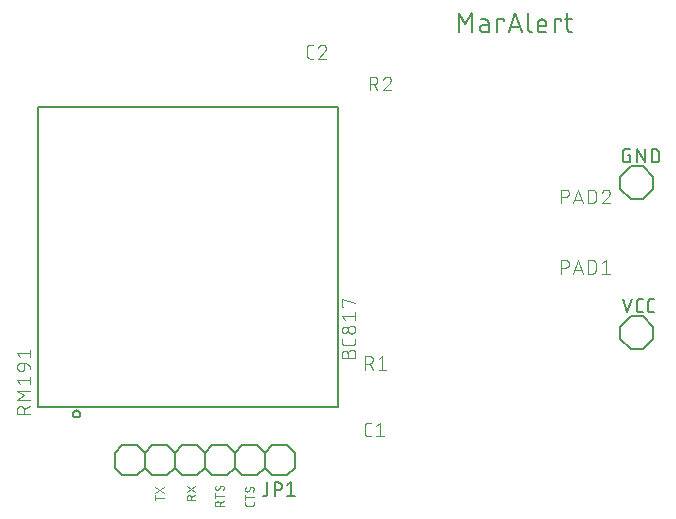
<source format=gbr>
G04 EAGLE Gerber X2 export*
%TF.Part,Single*%
%TF.FileFunction,Legend,Top,1*%
%TF.FilePolarity,Positive*%
%TF.GenerationSoftware,Autodesk,EAGLE,8.7.0*%
%TF.CreationDate,2018-04-13T05:44:18Z*%
G75*
%MOMM*%
%FSLAX34Y34*%
%LPD*%
%AMOC8*
5,1,8,0,0,1.08239X$1,22.5*%
G01*
%ADD10C,0.152400*%
%ADD11C,0.076200*%
%ADD12C,0.101600*%
%ADD13C,0.127000*%


D10*
X379012Y414412D02*
X379012Y430668D01*
X384431Y421637D01*
X389849Y430668D01*
X389849Y414412D01*
X400058Y420734D02*
X404122Y420734D01*
X400058Y420734D02*
X399946Y420732D01*
X399835Y420726D01*
X399724Y420716D01*
X399613Y420703D01*
X399503Y420685D01*
X399394Y420663D01*
X399285Y420638D01*
X399177Y420609D01*
X399071Y420576D01*
X398965Y420539D01*
X398861Y420499D01*
X398759Y420455D01*
X398658Y420407D01*
X398559Y420356D01*
X398461Y420301D01*
X398366Y420243D01*
X398273Y420182D01*
X398182Y420117D01*
X398093Y420049D01*
X398007Y419978D01*
X397924Y419905D01*
X397843Y419828D01*
X397764Y419748D01*
X397689Y419666D01*
X397617Y419581D01*
X397547Y419494D01*
X397481Y419404D01*
X397418Y419312D01*
X397358Y419217D01*
X397302Y419121D01*
X397249Y419023D01*
X397200Y418923D01*
X397154Y418821D01*
X397112Y418718D01*
X397073Y418613D01*
X397038Y418507D01*
X397007Y418400D01*
X396980Y418292D01*
X396956Y418183D01*
X396937Y418073D01*
X396921Y417963D01*
X396909Y417852D01*
X396901Y417740D01*
X396897Y417629D01*
X396897Y417517D01*
X396901Y417406D01*
X396909Y417294D01*
X396921Y417183D01*
X396937Y417073D01*
X396956Y416963D01*
X396980Y416854D01*
X397007Y416746D01*
X397038Y416639D01*
X397073Y416533D01*
X397112Y416428D01*
X397154Y416325D01*
X397200Y416223D01*
X397249Y416123D01*
X397302Y416025D01*
X397358Y415929D01*
X397418Y415834D01*
X397481Y415742D01*
X397547Y415652D01*
X397617Y415565D01*
X397689Y415480D01*
X397764Y415398D01*
X397843Y415318D01*
X397924Y415241D01*
X398007Y415168D01*
X398093Y415097D01*
X398182Y415029D01*
X398273Y414964D01*
X398366Y414903D01*
X398461Y414845D01*
X398559Y414790D01*
X398658Y414739D01*
X398759Y414691D01*
X398861Y414647D01*
X398965Y414607D01*
X399071Y414570D01*
X399177Y414537D01*
X399285Y414508D01*
X399394Y414483D01*
X399503Y414461D01*
X399613Y414443D01*
X399724Y414430D01*
X399835Y414420D01*
X399946Y414414D01*
X400058Y414412D01*
X404122Y414412D01*
X404122Y422540D01*
X404120Y422641D01*
X404114Y422742D01*
X404105Y422843D01*
X404092Y422944D01*
X404075Y423044D01*
X404054Y423143D01*
X404030Y423241D01*
X404002Y423338D01*
X403970Y423435D01*
X403935Y423530D01*
X403896Y423623D01*
X403854Y423715D01*
X403808Y423806D01*
X403759Y423895D01*
X403707Y423981D01*
X403651Y424066D01*
X403593Y424149D01*
X403531Y424229D01*
X403466Y424307D01*
X403399Y424383D01*
X403329Y424456D01*
X403256Y424526D01*
X403180Y424593D01*
X403102Y424658D01*
X403022Y424720D01*
X402939Y424778D01*
X402854Y424834D01*
X402768Y424886D01*
X402679Y424935D01*
X402588Y424981D01*
X402496Y425023D01*
X402403Y425062D01*
X402308Y425097D01*
X402211Y425129D01*
X402114Y425157D01*
X402016Y425181D01*
X401917Y425202D01*
X401817Y425219D01*
X401716Y425232D01*
X401615Y425241D01*
X401514Y425247D01*
X401413Y425249D01*
X397800Y425249D01*
X411645Y425249D02*
X411645Y414412D01*
X411645Y425249D02*
X417063Y425249D01*
X417063Y423443D01*
X421216Y414412D02*
X426635Y430668D01*
X432054Y414412D01*
X430699Y418476D02*
X422571Y418476D01*
X437849Y417121D02*
X437849Y430668D01*
X437849Y417121D02*
X437851Y417020D01*
X437857Y416919D01*
X437866Y416818D01*
X437879Y416717D01*
X437896Y416617D01*
X437917Y416518D01*
X437941Y416420D01*
X437969Y416323D01*
X438001Y416226D01*
X438036Y416131D01*
X438075Y416038D01*
X438117Y415946D01*
X438163Y415855D01*
X438212Y415767D01*
X438264Y415680D01*
X438320Y415595D01*
X438378Y415512D01*
X438440Y415432D01*
X438505Y415354D01*
X438572Y415278D01*
X438642Y415205D01*
X438715Y415135D01*
X438791Y415068D01*
X438869Y415003D01*
X438949Y414941D01*
X439032Y414883D01*
X439117Y414827D01*
X439204Y414775D01*
X439292Y414726D01*
X439383Y414680D01*
X439475Y414638D01*
X439568Y414599D01*
X439663Y414564D01*
X439760Y414532D01*
X439857Y414504D01*
X439955Y414480D01*
X440054Y414459D01*
X440154Y414442D01*
X440255Y414429D01*
X440356Y414420D01*
X440457Y414414D01*
X440558Y414412D01*
X448658Y414412D02*
X453173Y414412D01*
X448658Y414412D02*
X448557Y414414D01*
X448456Y414420D01*
X448355Y414429D01*
X448254Y414442D01*
X448154Y414459D01*
X448055Y414480D01*
X447957Y414504D01*
X447860Y414532D01*
X447763Y414564D01*
X447668Y414599D01*
X447575Y414638D01*
X447483Y414680D01*
X447392Y414726D01*
X447304Y414775D01*
X447217Y414827D01*
X447132Y414883D01*
X447049Y414941D01*
X446969Y415003D01*
X446891Y415068D01*
X446815Y415135D01*
X446742Y415205D01*
X446672Y415278D01*
X446605Y415354D01*
X446540Y415432D01*
X446478Y415512D01*
X446420Y415595D01*
X446364Y415680D01*
X446312Y415767D01*
X446263Y415855D01*
X446217Y415946D01*
X446175Y416038D01*
X446136Y416131D01*
X446101Y416226D01*
X446069Y416323D01*
X446041Y416420D01*
X446017Y416518D01*
X445996Y416617D01*
X445979Y416717D01*
X445966Y416818D01*
X445957Y416919D01*
X445951Y417020D01*
X445949Y417121D01*
X445948Y417121D02*
X445948Y421637D01*
X445949Y421637D02*
X445951Y421756D01*
X445957Y421876D01*
X445967Y421995D01*
X445981Y422113D01*
X445998Y422232D01*
X446020Y422349D01*
X446045Y422466D01*
X446075Y422581D01*
X446108Y422696D01*
X446145Y422810D01*
X446185Y422922D01*
X446230Y423033D01*
X446278Y423142D01*
X446329Y423250D01*
X446384Y423356D01*
X446443Y423460D01*
X446505Y423562D01*
X446570Y423662D01*
X446639Y423760D01*
X446711Y423856D01*
X446786Y423949D01*
X446863Y424039D01*
X446944Y424127D01*
X447028Y424212D01*
X447115Y424294D01*
X447204Y424374D01*
X447296Y424450D01*
X447390Y424524D01*
X447487Y424594D01*
X447585Y424661D01*
X447686Y424725D01*
X447790Y424785D01*
X447895Y424842D01*
X448002Y424895D01*
X448110Y424945D01*
X448220Y424991D01*
X448332Y425033D01*
X448445Y425072D01*
X448559Y425107D01*
X448674Y425138D01*
X448791Y425166D01*
X448908Y425189D01*
X449025Y425209D01*
X449144Y425225D01*
X449263Y425237D01*
X449382Y425245D01*
X449501Y425249D01*
X449621Y425249D01*
X449740Y425245D01*
X449859Y425237D01*
X449978Y425225D01*
X450097Y425209D01*
X450214Y425189D01*
X450331Y425166D01*
X450448Y425138D01*
X450563Y425107D01*
X450677Y425072D01*
X450790Y425033D01*
X450902Y424991D01*
X451012Y424945D01*
X451120Y424895D01*
X451227Y424842D01*
X451332Y424785D01*
X451436Y424725D01*
X451537Y424661D01*
X451635Y424594D01*
X451732Y424524D01*
X451826Y424450D01*
X451918Y424374D01*
X452007Y424294D01*
X452094Y424212D01*
X452178Y424127D01*
X452259Y424039D01*
X452336Y423949D01*
X452411Y423856D01*
X452483Y423760D01*
X452552Y423662D01*
X452617Y423562D01*
X452679Y423460D01*
X452738Y423356D01*
X452793Y423250D01*
X452844Y423142D01*
X452892Y423033D01*
X452937Y422922D01*
X452977Y422810D01*
X453014Y422696D01*
X453047Y422581D01*
X453077Y422466D01*
X453102Y422349D01*
X453124Y422232D01*
X453141Y422113D01*
X453155Y421995D01*
X453165Y421876D01*
X453171Y421756D01*
X453173Y421637D01*
X453173Y419831D01*
X445948Y419831D01*
X460101Y414412D02*
X460101Y425249D01*
X465520Y425249D01*
X465520Y423443D01*
X469140Y425249D02*
X474559Y425249D01*
X470946Y430668D02*
X470946Y417121D01*
X470947Y417121D02*
X470949Y417020D01*
X470955Y416919D01*
X470964Y416818D01*
X470977Y416717D01*
X470994Y416617D01*
X471015Y416518D01*
X471039Y416420D01*
X471067Y416323D01*
X471099Y416226D01*
X471134Y416131D01*
X471173Y416038D01*
X471215Y415946D01*
X471261Y415855D01*
X471310Y415767D01*
X471362Y415680D01*
X471418Y415595D01*
X471476Y415512D01*
X471538Y415432D01*
X471603Y415354D01*
X471670Y415278D01*
X471740Y415205D01*
X471813Y415135D01*
X471889Y415068D01*
X471967Y415003D01*
X472047Y414941D01*
X472130Y414883D01*
X472215Y414827D01*
X472302Y414775D01*
X472390Y414726D01*
X472481Y414680D01*
X472573Y414638D01*
X472666Y414599D01*
X472761Y414564D01*
X472858Y414532D01*
X472955Y414504D01*
X473053Y414480D01*
X473152Y414459D01*
X473252Y414442D01*
X473353Y414429D01*
X473454Y414420D01*
X473555Y414414D01*
X473656Y414412D01*
X474559Y414412D01*
D11*
X129159Y20207D02*
X121793Y20207D01*
X121793Y18161D02*
X121793Y22253D01*
X121793Y29490D02*
X129159Y24579D01*
X129159Y29490D02*
X121793Y24579D01*
X148463Y18161D02*
X155829Y18161D01*
X148463Y18161D02*
X148463Y20207D01*
X148465Y20296D01*
X148471Y20385D01*
X148481Y20474D01*
X148494Y20562D01*
X148511Y20650D01*
X148533Y20737D01*
X148558Y20822D01*
X148586Y20907D01*
X148619Y20990D01*
X148655Y21072D01*
X148694Y21152D01*
X148737Y21230D01*
X148783Y21306D01*
X148833Y21381D01*
X148886Y21453D01*
X148942Y21522D01*
X149001Y21589D01*
X149062Y21654D01*
X149127Y21715D01*
X149194Y21774D01*
X149263Y21830D01*
X149335Y21883D01*
X149410Y21933D01*
X149486Y21979D01*
X149564Y22022D01*
X149644Y22061D01*
X149726Y22097D01*
X149809Y22130D01*
X149894Y22158D01*
X149979Y22183D01*
X150066Y22205D01*
X150154Y22222D01*
X150242Y22235D01*
X150331Y22245D01*
X150420Y22251D01*
X150509Y22253D01*
X150598Y22251D01*
X150687Y22245D01*
X150776Y22235D01*
X150864Y22222D01*
X150952Y22205D01*
X151039Y22183D01*
X151124Y22158D01*
X151209Y22130D01*
X151292Y22097D01*
X151374Y22061D01*
X151454Y22022D01*
X151532Y21979D01*
X151608Y21933D01*
X151683Y21883D01*
X151755Y21830D01*
X151824Y21774D01*
X151891Y21715D01*
X151956Y21654D01*
X152017Y21589D01*
X152076Y21522D01*
X152132Y21453D01*
X152185Y21381D01*
X152235Y21306D01*
X152281Y21230D01*
X152324Y21152D01*
X152363Y21072D01*
X152399Y20990D01*
X152432Y20907D01*
X152460Y20822D01*
X152485Y20737D01*
X152507Y20650D01*
X152524Y20562D01*
X152537Y20474D01*
X152547Y20385D01*
X152553Y20296D01*
X152555Y20207D01*
X152555Y18161D01*
X152555Y20616D02*
X155829Y22253D01*
X155829Y25016D02*
X148463Y29926D01*
X148463Y25016D02*
X155829Y29926D01*
X172593Y13081D02*
X179959Y13081D01*
X172593Y13081D02*
X172593Y15127D01*
X172595Y15216D01*
X172601Y15305D01*
X172611Y15394D01*
X172624Y15482D01*
X172641Y15570D01*
X172663Y15657D01*
X172688Y15742D01*
X172716Y15827D01*
X172749Y15910D01*
X172785Y15992D01*
X172824Y16072D01*
X172867Y16150D01*
X172913Y16226D01*
X172963Y16301D01*
X173016Y16373D01*
X173072Y16442D01*
X173131Y16509D01*
X173192Y16574D01*
X173257Y16635D01*
X173324Y16694D01*
X173393Y16750D01*
X173465Y16803D01*
X173540Y16853D01*
X173616Y16899D01*
X173694Y16942D01*
X173774Y16981D01*
X173856Y17017D01*
X173939Y17050D01*
X174024Y17078D01*
X174109Y17103D01*
X174196Y17125D01*
X174284Y17142D01*
X174372Y17155D01*
X174461Y17165D01*
X174550Y17171D01*
X174639Y17173D01*
X174728Y17171D01*
X174817Y17165D01*
X174906Y17155D01*
X174994Y17142D01*
X175082Y17125D01*
X175169Y17103D01*
X175254Y17078D01*
X175339Y17050D01*
X175422Y17017D01*
X175504Y16981D01*
X175584Y16942D01*
X175662Y16899D01*
X175738Y16853D01*
X175813Y16803D01*
X175885Y16750D01*
X175954Y16694D01*
X176021Y16635D01*
X176086Y16574D01*
X176147Y16509D01*
X176206Y16442D01*
X176262Y16373D01*
X176315Y16301D01*
X176365Y16226D01*
X176411Y16150D01*
X176454Y16072D01*
X176493Y15992D01*
X176529Y15910D01*
X176562Y15827D01*
X176590Y15742D01*
X176615Y15657D01*
X176637Y15570D01*
X176654Y15482D01*
X176667Y15394D01*
X176677Y15305D01*
X176683Y15216D01*
X176685Y15127D01*
X176685Y13081D01*
X176685Y15536D02*
X179959Y17173D01*
X179959Y21903D02*
X172593Y21903D01*
X172593Y19857D02*
X172593Y23950D01*
X178322Y30533D02*
X178400Y30531D01*
X178478Y30526D01*
X178555Y30516D01*
X178632Y30503D01*
X178708Y30487D01*
X178783Y30467D01*
X178857Y30443D01*
X178930Y30416D01*
X179002Y30385D01*
X179072Y30351D01*
X179141Y30314D01*
X179207Y30273D01*
X179272Y30229D01*
X179334Y30183D01*
X179394Y30133D01*
X179452Y30081D01*
X179507Y30026D01*
X179559Y29968D01*
X179609Y29908D01*
X179655Y29846D01*
X179699Y29781D01*
X179740Y29715D01*
X179777Y29646D01*
X179811Y29576D01*
X179842Y29504D01*
X179869Y29431D01*
X179893Y29357D01*
X179913Y29282D01*
X179929Y29206D01*
X179942Y29129D01*
X179952Y29052D01*
X179957Y28974D01*
X179959Y28896D01*
X179957Y28782D01*
X179952Y28669D01*
X179942Y28555D01*
X179929Y28442D01*
X179912Y28330D01*
X179892Y28218D01*
X179868Y28107D01*
X179840Y27996D01*
X179809Y27887D01*
X179774Y27779D01*
X179735Y27672D01*
X179693Y27566D01*
X179648Y27462D01*
X179599Y27359D01*
X179546Y27258D01*
X179491Y27159D01*
X179432Y27061D01*
X179370Y26966D01*
X179305Y26873D01*
X179237Y26781D01*
X179166Y26693D01*
X179092Y26606D01*
X179015Y26522D01*
X178936Y26441D01*
X174230Y26646D02*
X174152Y26648D01*
X174074Y26653D01*
X173997Y26663D01*
X173920Y26676D01*
X173844Y26692D01*
X173769Y26712D01*
X173695Y26736D01*
X173622Y26763D01*
X173550Y26794D01*
X173480Y26828D01*
X173412Y26865D01*
X173345Y26906D01*
X173280Y26950D01*
X173218Y26996D01*
X173158Y27046D01*
X173100Y27098D01*
X173045Y27153D01*
X172993Y27211D01*
X172943Y27271D01*
X172897Y27333D01*
X172853Y27398D01*
X172812Y27465D01*
X172775Y27533D01*
X172741Y27603D01*
X172710Y27675D01*
X172683Y27748D01*
X172659Y27822D01*
X172639Y27897D01*
X172623Y27973D01*
X172610Y28050D01*
X172600Y28127D01*
X172595Y28205D01*
X172593Y28283D01*
X172595Y28393D01*
X172601Y28502D01*
X172611Y28612D01*
X172624Y28720D01*
X172642Y28829D01*
X172663Y28936D01*
X172689Y29043D01*
X172718Y29149D01*
X172750Y29254D01*
X172787Y29357D01*
X172827Y29459D01*
X172871Y29560D01*
X172919Y29659D01*
X172969Y29756D01*
X173024Y29851D01*
X173082Y29944D01*
X173143Y30035D01*
X173207Y30124D01*
X175662Y27464D02*
X175620Y27398D01*
X175576Y27333D01*
X175528Y27271D01*
X175478Y27211D01*
X175425Y27153D01*
X175369Y27098D01*
X175311Y27045D01*
X175250Y26996D01*
X175187Y26949D01*
X175122Y26905D01*
X175055Y26865D01*
X174986Y26828D01*
X174915Y26794D01*
X174843Y26763D01*
X174769Y26736D01*
X174694Y26712D01*
X174619Y26692D01*
X174542Y26676D01*
X174465Y26663D01*
X174387Y26653D01*
X174308Y26648D01*
X174230Y26646D01*
X176889Y29715D02*
X176931Y29782D01*
X176975Y29847D01*
X177023Y29909D01*
X177073Y29969D01*
X177126Y30027D01*
X177182Y30082D01*
X177241Y30134D01*
X177301Y30184D01*
X177365Y30231D01*
X177430Y30274D01*
X177497Y30315D01*
X177566Y30352D01*
X177637Y30386D01*
X177709Y30417D01*
X177783Y30444D01*
X177857Y30468D01*
X177933Y30488D01*
X178010Y30504D01*
X178087Y30517D01*
X178165Y30527D01*
X178244Y30532D01*
X178322Y30534D01*
X176890Y29715D02*
X175662Y27464D01*
X205359Y16355D02*
X205359Y14718D01*
X205357Y14640D01*
X205352Y14562D01*
X205342Y14485D01*
X205329Y14408D01*
X205313Y14332D01*
X205293Y14257D01*
X205269Y14183D01*
X205242Y14110D01*
X205211Y14038D01*
X205177Y13968D01*
X205140Y13900D01*
X205099Y13833D01*
X205055Y13768D01*
X205009Y13706D01*
X204959Y13646D01*
X204907Y13588D01*
X204852Y13533D01*
X204794Y13481D01*
X204734Y13431D01*
X204672Y13385D01*
X204607Y13341D01*
X204541Y13300D01*
X204472Y13263D01*
X204402Y13229D01*
X204330Y13198D01*
X204257Y13171D01*
X204183Y13147D01*
X204108Y13127D01*
X204032Y13111D01*
X203955Y13098D01*
X203878Y13088D01*
X203800Y13083D01*
X203722Y13081D01*
X199630Y13081D01*
X199550Y13083D01*
X199470Y13089D01*
X199390Y13099D01*
X199311Y13112D01*
X199232Y13130D01*
X199155Y13151D01*
X199079Y13177D01*
X199004Y13206D01*
X198930Y13238D01*
X198858Y13274D01*
X198788Y13314D01*
X198721Y13357D01*
X198655Y13403D01*
X198592Y13453D01*
X198531Y13505D01*
X198472Y13560D01*
X198417Y13619D01*
X198365Y13679D01*
X198315Y13743D01*
X198269Y13808D01*
X198226Y13876D01*
X198186Y13946D01*
X198150Y14018D01*
X198118Y14092D01*
X198089Y14166D01*
X198064Y14243D01*
X198042Y14320D01*
X198024Y14399D01*
X198011Y14478D01*
X198001Y14557D01*
X197995Y14638D01*
X197993Y14718D01*
X197993Y16355D01*
X197993Y20758D02*
X205359Y20758D01*
X197993Y18712D02*
X197993Y22805D01*
X203722Y29388D02*
X203800Y29386D01*
X203878Y29381D01*
X203955Y29371D01*
X204032Y29358D01*
X204108Y29342D01*
X204183Y29322D01*
X204257Y29298D01*
X204330Y29271D01*
X204402Y29240D01*
X204472Y29206D01*
X204541Y29169D01*
X204607Y29128D01*
X204672Y29084D01*
X204734Y29038D01*
X204794Y28988D01*
X204852Y28936D01*
X204907Y28881D01*
X204959Y28823D01*
X205009Y28763D01*
X205055Y28701D01*
X205099Y28636D01*
X205140Y28570D01*
X205177Y28501D01*
X205211Y28431D01*
X205242Y28359D01*
X205269Y28286D01*
X205293Y28212D01*
X205313Y28137D01*
X205329Y28061D01*
X205342Y27984D01*
X205352Y27907D01*
X205357Y27829D01*
X205359Y27751D01*
X205357Y27637D01*
X205352Y27524D01*
X205342Y27410D01*
X205329Y27297D01*
X205312Y27185D01*
X205292Y27073D01*
X205268Y26962D01*
X205240Y26851D01*
X205209Y26742D01*
X205174Y26634D01*
X205135Y26527D01*
X205093Y26421D01*
X205048Y26317D01*
X204999Y26214D01*
X204946Y26113D01*
X204891Y26014D01*
X204832Y25916D01*
X204770Y25821D01*
X204705Y25728D01*
X204637Y25636D01*
X204566Y25548D01*
X204492Y25461D01*
X204415Y25377D01*
X204336Y25296D01*
X199630Y25501D02*
X199552Y25503D01*
X199474Y25508D01*
X199397Y25518D01*
X199320Y25531D01*
X199244Y25547D01*
X199169Y25567D01*
X199095Y25591D01*
X199022Y25618D01*
X198950Y25649D01*
X198880Y25683D01*
X198812Y25720D01*
X198745Y25761D01*
X198680Y25805D01*
X198618Y25851D01*
X198558Y25901D01*
X198500Y25953D01*
X198445Y26008D01*
X198393Y26066D01*
X198343Y26126D01*
X198297Y26188D01*
X198253Y26253D01*
X198212Y26320D01*
X198175Y26388D01*
X198141Y26458D01*
X198110Y26530D01*
X198083Y26603D01*
X198059Y26677D01*
X198039Y26752D01*
X198023Y26828D01*
X198010Y26905D01*
X198000Y26982D01*
X197995Y27060D01*
X197993Y27138D01*
X197995Y27248D01*
X198001Y27357D01*
X198011Y27467D01*
X198024Y27575D01*
X198042Y27684D01*
X198063Y27791D01*
X198089Y27898D01*
X198118Y28004D01*
X198150Y28109D01*
X198187Y28212D01*
X198227Y28314D01*
X198271Y28415D01*
X198319Y28514D01*
X198369Y28611D01*
X198424Y28706D01*
X198482Y28799D01*
X198543Y28890D01*
X198607Y28979D01*
X201062Y26319D02*
X201020Y26253D01*
X200976Y26188D01*
X200928Y26126D01*
X200878Y26066D01*
X200825Y26008D01*
X200769Y25953D01*
X200711Y25900D01*
X200650Y25851D01*
X200587Y25804D01*
X200522Y25760D01*
X200455Y25720D01*
X200386Y25683D01*
X200315Y25649D01*
X200243Y25618D01*
X200169Y25591D01*
X200094Y25567D01*
X200019Y25547D01*
X199942Y25531D01*
X199865Y25518D01*
X199787Y25508D01*
X199708Y25503D01*
X199630Y25501D01*
X202289Y28570D02*
X202331Y28637D01*
X202375Y28702D01*
X202423Y28764D01*
X202473Y28824D01*
X202526Y28882D01*
X202582Y28937D01*
X202641Y28989D01*
X202701Y29039D01*
X202765Y29086D01*
X202830Y29129D01*
X202897Y29170D01*
X202966Y29207D01*
X203037Y29241D01*
X203109Y29272D01*
X203183Y29299D01*
X203257Y29323D01*
X203333Y29343D01*
X203410Y29359D01*
X203487Y29372D01*
X203565Y29382D01*
X203644Y29387D01*
X203722Y29389D01*
X202290Y28570D02*
X201062Y26319D01*
D12*
X284931Y138838D02*
X284931Y142084D01*
X284930Y142084D02*
X284932Y142197D01*
X284938Y142310D01*
X284948Y142423D01*
X284962Y142536D01*
X284979Y142648D01*
X285001Y142759D01*
X285026Y142869D01*
X285056Y142979D01*
X285089Y143087D01*
X285126Y143194D01*
X285166Y143300D01*
X285211Y143404D01*
X285259Y143507D01*
X285310Y143608D01*
X285365Y143707D01*
X285423Y143804D01*
X285485Y143899D01*
X285550Y143992D01*
X285618Y144082D01*
X285689Y144170D01*
X285764Y144256D01*
X285841Y144339D01*
X285921Y144419D01*
X286004Y144496D01*
X286090Y144571D01*
X286178Y144642D01*
X286268Y144710D01*
X286361Y144775D01*
X286456Y144837D01*
X286553Y144895D01*
X286652Y144950D01*
X286753Y145001D01*
X286856Y145049D01*
X286960Y145094D01*
X287066Y145134D01*
X287173Y145171D01*
X287281Y145204D01*
X287391Y145234D01*
X287501Y145259D01*
X287612Y145281D01*
X287724Y145298D01*
X287837Y145312D01*
X287950Y145322D01*
X288063Y145328D01*
X288176Y145330D01*
X288289Y145328D01*
X288402Y145322D01*
X288515Y145312D01*
X288628Y145298D01*
X288740Y145281D01*
X288851Y145259D01*
X288961Y145234D01*
X289071Y145204D01*
X289179Y145171D01*
X289286Y145134D01*
X289392Y145094D01*
X289496Y145049D01*
X289599Y145001D01*
X289700Y144950D01*
X289799Y144895D01*
X289896Y144837D01*
X289991Y144775D01*
X290084Y144710D01*
X290174Y144642D01*
X290262Y144571D01*
X290348Y144496D01*
X290431Y144419D01*
X290511Y144339D01*
X290588Y144256D01*
X290663Y144170D01*
X290734Y144082D01*
X290802Y143992D01*
X290867Y143899D01*
X290929Y143804D01*
X290987Y143707D01*
X291042Y143608D01*
X291093Y143507D01*
X291141Y143404D01*
X291186Y143300D01*
X291226Y143194D01*
X291263Y143087D01*
X291296Y142979D01*
X291326Y142869D01*
X291351Y142759D01*
X291373Y142648D01*
X291390Y142536D01*
X291404Y142423D01*
X291414Y142310D01*
X291420Y142197D01*
X291422Y142084D01*
X291422Y138838D01*
X279738Y138838D01*
X279738Y142084D01*
X279740Y142185D01*
X279746Y142285D01*
X279756Y142385D01*
X279769Y142485D01*
X279787Y142584D01*
X279808Y142683D01*
X279833Y142780D01*
X279862Y142877D01*
X279895Y142972D01*
X279931Y143066D01*
X279971Y143158D01*
X280014Y143249D01*
X280061Y143338D01*
X280111Y143425D01*
X280165Y143511D01*
X280222Y143594D01*
X280282Y143674D01*
X280345Y143753D01*
X280412Y143829D01*
X280481Y143902D01*
X280553Y143972D01*
X280627Y144040D01*
X280704Y144105D01*
X280784Y144166D01*
X280866Y144225D01*
X280950Y144280D01*
X281036Y144332D01*
X281124Y144381D01*
X281214Y144426D01*
X281306Y144468D01*
X281399Y144506D01*
X281494Y144540D01*
X281589Y144571D01*
X281686Y144598D01*
X281784Y144621D01*
X281883Y144641D01*
X281983Y144656D01*
X282083Y144668D01*
X282183Y144676D01*
X282284Y144680D01*
X282384Y144680D01*
X282485Y144676D01*
X282585Y144668D01*
X282685Y144656D01*
X282785Y144641D01*
X282884Y144621D01*
X282982Y144598D01*
X283079Y144571D01*
X283174Y144540D01*
X283269Y144506D01*
X283362Y144468D01*
X283454Y144426D01*
X283544Y144381D01*
X283632Y144332D01*
X283718Y144280D01*
X283802Y144225D01*
X283884Y144166D01*
X283964Y144105D01*
X284041Y144040D01*
X284115Y143972D01*
X284187Y143902D01*
X284256Y143829D01*
X284323Y143753D01*
X284386Y143674D01*
X284446Y143594D01*
X284503Y143511D01*
X284557Y143425D01*
X284607Y143338D01*
X284654Y143249D01*
X284697Y143158D01*
X284737Y143066D01*
X284773Y142972D01*
X284806Y142877D01*
X284835Y142780D01*
X284860Y142683D01*
X284881Y142584D01*
X284899Y142485D01*
X284912Y142385D01*
X284922Y142285D01*
X284928Y142185D01*
X284930Y142084D01*
X291422Y152281D02*
X291422Y154877D01*
X291422Y152281D02*
X291420Y152182D01*
X291414Y152082D01*
X291405Y151983D01*
X291392Y151885D01*
X291375Y151787D01*
X291354Y151689D01*
X291329Y151593D01*
X291301Y151498D01*
X291269Y151404D01*
X291234Y151311D01*
X291195Y151219D01*
X291152Y151129D01*
X291107Y151041D01*
X291057Y150954D01*
X291005Y150870D01*
X290949Y150787D01*
X290891Y150707D01*
X290829Y150629D01*
X290764Y150554D01*
X290696Y150481D01*
X290626Y150411D01*
X290553Y150343D01*
X290478Y150278D01*
X290400Y150216D01*
X290320Y150158D01*
X290237Y150102D01*
X290153Y150050D01*
X290066Y150000D01*
X289978Y149955D01*
X289888Y149912D01*
X289796Y149873D01*
X289703Y149838D01*
X289609Y149806D01*
X289514Y149778D01*
X289418Y149753D01*
X289320Y149732D01*
X289222Y149715D01*
X289124Y149702D01*
X289025Y149693D01*
X288925Y149687D01*
X288826Y149685D01*
X288826Y149684D02*
X282334Y149684D01*
X282235Y149686D01*
X282135Y149692D01*
X282036Y149701D01*
X281938Y149714D01*
X281840Y149732D01*
X281742Y149752D01*
X281646Y149777D01*
X281550Y149805D01*
X281456Y149837D01*
X281363Y149872D01*
X281272Y149911D01*
X281182Y149954D01*
X281093Y149999D01*
X281007Y150049D01*
X280922Y150101D01*
X280840Y150157D01*
X280760Y150216D01*
X280682Y150277D01*
X280606Y150342D01*
X280533Y150410D01*
X280463Y150480D01*
X280395Y150553D01*
X280330Y150629D01*
X280269Y150707D01*
X280210Y150787D01*
X280154Y150869D01*
X280102Y150954D01*
X280053Y151040D01*
X280007Y151129D01*
X279964Y151219D01*
X279925Y151310D01*
X279890Y151403D01*
X279858Y151497D01*
X279830Y151593D01*
X279805Y151689D01*
X279785Y151787D01*
X279767Y151885D01*
X279754Y151983D01*
X279745Y152082D01*
X279739Y152181D01*
X279737Y152281D01*
X279738Y152281D02*
X279738Y154877D01*
X288176Y159242D02*
X288063Y159244D01*
X287950Y159250D01*
X287837Y159260D01*
X287724Y159274D01*
X287612Y159291D01*
X287501Y159313D01*
X287391Y159338D01*
X287281Y159368D01*
X287173Y159401D01*
X287066Y159438D01*
X286960Y159478D01*
X286856Y159523D01*
X286753Y159571D01*
X286652Y159622D01*
X286553Y159677D01*
X286456Y159735D01*
X286361Y159797D01*
X286268Y159862D01*
X286178Y159930D01*
X286090Y160001D01*
X286004Y160076D01*
X285921Y160153D01*
X285841Y160233D01*
X285764Y160316D01*
X285689Y160402D01*
X285618Y160490D01*
X285550Y160580D01*
X285485Y160673D01*
X285423Y160768D01*
X285365Y160865D01*
X285310Y160964D01*
X285259Y161065D01*
X285211Y161168D01*
X285166Y161272D01*
X285126Y161378D01*
X285089Y161485D01*
X285056Y161593D01*
X285026Y161703D01*
X285001Y161813D01*
X284979Y161924D01*
X284962Y162036D01*
X284948Y162149D01*
X284938Y162262D01*
X284932Y162375D01*
X284930Y162488D01*
X284932Y162601D01*
X284938Y162714D01*
X284948Y162827D01*
X284962Y162940D01*
X284979Y163052D01*
X285001Y163163D01*
X285026Y163273D01*
X285056Y163383D01*
X285089Y163491D01*
X285126Y163598D01*
X285166Y163704D01*
X285211Y163808D01*
X285259Y163911D01*
X285310Y164012D01*
X285365Y164111D01*
X285423Y164208D01*
X285485Y164303D01*
X285550Y164396D01*
X285618Y164486D01*
X285689Y164574D01*
X285764Y164660D01*
X285841Y164743D01*
X285921Y164823D01*
X286004Y164900D01*
X286090Y164975D01*
X286178Y165046D01*
X286268Y165114D01*
X286361Y165179D01*
X286456Y165241D01*
X286553Y165299D01*
X286652Y165354D01*
X286753Y165405D01*
X286856Y165453D01*
X286960Y165498D01*
X287066Y165538D01*
X287173Y165575D01*
X287281Y165608D01*
X287391Y165638D01*
X287501Y165663D01*
X287612Y165685D01*
X287724Y165702D01*
X287837Y165716D01*
X287950Y165726D01*
X288063Y165732D01*
X288176Y165734D01*
X288289Y165732D01*
X288402Y165726D01*
X288515Y165716D01*
X288628Y165702D01*
X288740Y165685D01*
X288851Y165663D01*
X288961Y165638D01*
X289071Y165608D01*
X289179Y165575D01*
X289286Y165538D01*
X289392Y165498D01*
X289496Y165453D01*
X289599Y165405D01*
X289700Y165354D01*
X289799Y165299D01*
X289896Y165241D01*
X289991Y165179D01*
X290084Y165114D01*
X290174Y165046D01*
X290262Y164975D01*
X290348Y164900D01*
X290431Y164823D01*
X290511Y164743D01*
X290588Y164660D01*
X290663Y164574D01*
X290734Y164486D01*
X290802Y164396D01*
X290867Y164303D01*
X290929Y164208D01*
X290987Y164111D01*
X291042Y164012D01*
X291093Y163911D01*
X291141Y163808D01*
X291186Y163704D01*
X291226Y163598D01*
X291263Y163491D01*
X291296Y163383D01*
X291326Y163273D01*
X291351Y163163D01*
X291373Y163052D01*
X291390Y162940D01*
X291404Y162827D01*
X291414Y162714D01*
X291420Y162601D01*
X291422Y162488D01*
X291420Y162375D01*
X291414Y162262D01*
X291404Y162149D01*
X291390Y162036D01*
X291373Y161924D01*
X291351Y161813D01*
X291326Y161703D01*
X291296Y161593D01*
X291263Y161485D01*
X291226Y161378D01*
X291186Y161272D01*
X291141Y161168D01*
X291093Y161065D01*
X291042Y160964D01*
X290987Y160865D01*
X290929Y160768D01*
X290867Y160673D01*
X290802Y160580D01*
X290734Y160490D01*
X290663Y160402D01*
X290588Y160316D01*
X290511Y160233D01*
X290431Y160153D01*
X290348Y160076D01*
X290262Y160001D01*
X290174Y159930D01*
X290084Y159862D01*
X289991Y159797D01*
X289896Y159735D01*
X289799Y159677D01*
X289700Y159622D01*
X289599Y159571D01*
X289496Y159523D01*
X289392Y159478D01*
X289286Y159438D01*
X289179Y159401D01*
X289071Y159368D01*
X288961Y159338D01*
X288851Y159313D01*
X288740Y159291D01*
X288628Y159274D01*
X288515Y159260D01*
X288402Y159250D01*
X288289Y159244D01*
X288176Y159242D01*
X282334Y159892D02*
X282233Y159894D01*
X282133Y159900D01*
X282033Y159910D01*
X281933Y159923D01*
X281834Y159941D01*
X281735Y159962D01*
X281638Y159987D01*
X281541Y160016D01*
X281446Y160049D01*
X281352Y160085D01*
X281260Y160125D01*
X281169Y160168D01*
X281080Y160215D01*
X280993Y160265D01*
X280907Y160319D01*
X280824Y160376D01*
X280744Y160436D01*
X280665Y160499D01*
X280589Y160566D01*
X280516Y160635D01*
X280446Y160707D01*
X280378Y160781D01*
X280313Y160858D01*
X280252Y160938D01*
X280193Y161020D01*
X280138Y161104D01*
X280086Y161190D01*
X280037Y161278D01*
X279992Y161368D01*
X279950Y161460D01*
X279912Y161553D01*
X279878Y161648D01*
X279847Y161743D01*
X279820Y161840D01*
X279797Y161938D01*
X279777Y162037D01*
X279762Y162137D01*
X279750Y162237D01*
X279742Y162337D01*
X279738Y162438D01*
X279738Y162538D01*
X279742Y162639D01*
X279750Y162739D01*
X279762Y162839D01*
X279777Y162939D01*
X279797Y163038D01*
X279820Y163136D01*
X279847Y163233D01*
X279878Y163328D01*
X279912Y163423D01*
X279950Y163516D01*
X279992Y163608D01*
X280037Y163698D01*
X280086Y163786D01*
X280138Y163872D01*
X280193Y163956D01*
X280252Y164038D01*
X280313Y164118D01*
X280378Y164195D01*
X280446Y164269D01*
X280516Y164341D01*
X280589Y164410D01*
X280665Y164477D01*
X280744Y164540D01*
X280824Y164600D01*
X280907Y164657D01*
X280993Y164711D01*
X281080Y164761D01*
X281169Y164808D01*
X281260Y164851D01*
X281352Y164891D01*
X281446Y164927D01*
X281541Y164960D01*
X281638Y164989D01*
X281735Y165014D01*
X281834Y165035D01*
X281933Y165053D01*
X282033Y165066D01*
X282133Y165076D01*
X282233Y165082D01*
X282334Y165084D01*
X282435Y165082D01*
X282535Y165076D01*
X282635Y165066D01*
X282735Y165053D01*
X282834Y165035D01*
X282933Y165014D01*
X283030Y164989D01*
X283127Y164960D01*
X283222Y164927D01*
X283316Y164891D01*
X283408Y164851D01*
X283499Y164808D01*
X283588Y164761D01*
X283675Y164711D01*
X283761Y164657D01*
X283844Y164600D01*
X283924Y164540D01*
X284003Y164477D01*
X284079Y164410D01*
X284152Y164341D01*
X284222Y164269D01*
X284290Y164195D01*
X284355Y164118D01*
X284416Y164038D01*
X284475Y163956D01*
X284530Y163872D01*
X284582Y163786D01*
X284631Y163698D01*
X284676Y163608D01*
X284718Y163516D01*
X284756Y163423D01*
X284790Y163328D01*
X284821Y163233D01*
X284848Y163136D01*
X284871Y163038D01*
X284891Y162939D01*
X284906Y162839D01*
X284918Y162739D01*
X284926Y162639D01*
X284930Y162538D01*
X284930Y162438D01*
X284926Y162337D01*
X284918Y162237D01*
X284906Y162137D01*
X284891Y162037D01*
X284871Y161938D01*
X284848Y161840D01*
X284821Y161743D01*
X284790Y161648D01*
X284756Y161553D01*
X284718Y161460D01*
X284676Y161368D01*
X284631Y161278D01*
X284582Y161190D01*
X284530Y161104D01*
X284475Y161020D01*
X284416Y160938D01*
X284355Y160858D01*
X284290Y160781D01*
X284222Y160707D01*
X284152Y160635D01*
X284079Y160566D01*
X284003Y160499D01*
X283924Y160436D01*
X283844Y160376D01*
X283761Y160319D01*
X283675Y160265D01*
X283588Y160215D01*
X283499Y160168D01*
X283408Y160125D01*
X283316Y160085D01*
X283222Y160049D01*
X283127Y160016D01*
X283030Y159987D01*
X282933Y159962D01*
X282834Y159941D01*
X282735Y159923D01*
X282635Y159910D01*
X282535Y159900D01*
X282435Y159894D01*
X282334Y159892D01*
X282334Y170673D02*
X279738Y173918D01*
X291422Y173918D01*
X291422Y170673D02*
X291422Y177164D01*
X281036Y182103D02*
X279738Y182103D01*
X279738Y188594D01*
X291422Y185348D01*
D10*
X515830Y281940D02*
X515830Y292100D01*
X534880Y273050D02*
X543770Y281940D01*
X543770Y292100D02*
X534880Y300990D01*
X543770Y292100D02*
X543770Y281940D01*
X524720Y300990D02*
X515830Y292100D01*
X524720Y300990D02*
X534880Y300990D01*
X515830Y281940D02*
X524720Y273050D01*
X534880Y273050D01*
D13*
X524085Y310515D02*
X522180Y310515D01*
X524085Y310515D02*
X524085Y304165D01*
X520275Y304165D01*
X520175Y304167D01*
X520076Y304173D01*
X519976Y304183D01*
X519878Y304196D01*
X519779Y304214D01*
X519682Y304235D01*
X519586Y304260D01*
X519490Y304289D01*
X519396Y304322D01*
X519303Y304358D01*
X519212Y304398D01*
X519122Y304442D01*
X519034Y304489D01*
X518948Y304539D01*
X518864Y304593D01*
X518782Y304650D01*
X518703Y304710D01*
X518625Y304774D01*
X518551Y304840D01*
X518479Y304909D01*
X518410Y304981D01*
X518344Y305055D01*
X518280Y305133D01*
X518220Y305212D01*
X518163Y305294D01*
X518109Y305378D01*
X518059Y305464D01*
X518012Y305552D01*
X517968Y305642D01*
X517928Y305733D01*
X517892Y305826D01*
X517859Y305920D01*
X517830Y306016D01*
X517805Y306112D01*
X517784Y306209D01*
X517766Y306308D01*
X517753Y306406D01*
X517743Y306506D01*
X517737Y306605D01*
X517735Y306705D01*
X517735Y313055D01*
X517737Y313155D01*
X517743Y313254D01*
X517753Y313354D01*
X517766Y313452D01*
X517784Y313551D01*
X517805Y313648D01*
X517830Y313744D01*
X517859Y313840D01*
X517892Y313934D01*
X517928Y314027D01*
X517968Y314118D01*
X518012Y314208D01*
X518059Y314296D01*
X518109Y314382D01*
X518163Y314466D01*
X518220Y314548D01*
X518280Y314627D01*
X518344Y314705D01*
X518410Y314779D01*
X518479Y314851D01*
X518551Y314920D01*
X518625Y314986D01*
X518703Y315050D01*
X518782Y315110D01*
X518864Y315167D01*
X518948Y315221D01*
X519034Y315271D01*
X519122Y315318D01*
X519212Y315362D01*
X519303Y315402D01*
X519396Y315438D01*
X519490Y315471D01*
X519586Y315500D01*
X519682Y315525D01*
X519779Y315546D01*
X519878Y315564D01*
X519976Y315577D01*
X520076Y315587D01*
X520175Y315593D01*
X520275Y315595D01*
X524085Y315595D01*
X529927Y315595D02*
X529927Y304165D01*
X536277Y304165D02*
X529927Y315595D01*
X536277Y315595D02*
X536277Y304165D01*
X542119Y304165D02*
X542119Y315595D01*
X545294Y315595D01*
X545405Y315593D01*
X545515Y315587D01*
X545626Y315578D01*
X545736Y315564D01*
X545845Y315547D01*
X545954Y315526D01*
X546062Y315501D01*
X546169Y315472D01*
X546275Y315440D01*
X546380Y315404D01*
X546483Y315364D01*
X546585Y315321D01*
X546686Y315274D01*
X546785Y315223D01*
X546882Y315170D01*
X546976Y315113D01*
X547069Y315052D01*
X547160Y314989D01*
X547249Y314922D01*
X547335Y314852D01*
X547418Y314779D01*
X547500Y314704D01*
X547578Y314626D01*
X547653Y314544D01*
X547726Y314461D01*
X547796Y314375D01*
X547863Y314286D01*
X547926Y314195D01*
X547987Y314102D01*
X548044Y314008D01*
X548097Y313911D01*
X548148Y313812D01*
X548195Y313711D01*
X548238Y313609D01*
X548278Y313506D01*
X548314Y313401D01*
X548346Y313295D01*
X548375Y313188D01*
X548400Y313080D01*
X548421Y312971D01*
X548438Y312862D01*
X548452Y312752D01*
X548461Y312641D01*
X548467Y312531D01*
X548469Y312420D01*
X548469Y307340D01*
X548467Y307229D01*
X548461Y307119D01*
X548452Y307008D01*
X548438Y306898D01*
X548421Y306789D01*
X548400Y306680D01*
X548375Y306572D01*
X548346Y306465D01*
X548314Y306359D01*
X548278Y306254D01*
X548238Y306151D01*
X548195Y306049D01*
X548148Y305948D01*
X548097Y305849D01*
X548044Y305752D01*
X547987Y305658D01*
X547926Y305565D01*
X547863Y305474D01*
X547796Y305385D01*
X547726Y305299D01*
X547653Y305216D01*
X547578Y305134D01*
X547500Y305056D01*
X547418Y304981D01*
X547335Y304908D01*
X547249Y304838D01*
X547160Y304771D01*
X547069Y304708D01*
X546976Y304647D01*
X546882Y304590D01*
X546785Y304537D01*
X546686Y304486D01*
X546585Y304439D01*
X546483Y304396D01*
X546380Y304356D01*
X546275Y304320D01*
X546169Y304288D01*
X546062Y304259D01*
X545954Y304234D01*
X545845Y304213D01*
X545736Y304196D01*
X545626Y304182D01*
X545515Y304173D01*
X545405Y304167D01*
X545294Y304165D01*
X542119Y304165D01*
D12*
X299715Y140364D02*
X299674Y128680D01*
X299715Y140364D02*
X302960Y140353D01*
X303074Y140351D01*
X303187Y140344D01*
X303300Y140334D01*
X303412Y140320D01*
X303524Y140302D01*
X303635Y140280D01*
X303745Y140254D01*
X303855Y140224D01*
X303963Y140191D01*
X304070Y140153D01*
X304175Y140112D01*
X304280Y140068D01*
X304382Y140020D01*
X304483Y139968D01*
X304582Y139912D01*
X304679Y139854D01*
X304774Y139792D01*
X304866Y139726D01*
X304956Y139658D01*
X305044Y139586D01*
X305129Y139512D01*
X305212Y139434D01*
X305292Y139354D01*
X305369Y139271D01*
X305443Y139185D01*
X305514Y139097D01*
X305582Y139006D01*
X305646Y138913D01*
X305708Y138818D01*
X305766Y138720D01*
X305820Y138621D01*
X305871Y138520D01*
X305919Y138417D01*
X305963Y138312D01*
X306003Y138207D01*
X306040Y138099D01*
X306072Y137991D01*
X306101Y137881D01*
X306126Y137771D01*
X306148Y137660D01*
X306165Y137548D01*
X306178Y137435D01*
X306188Y137322D01*
X306193Y137209D01*
X306195Y137096D01*
X306193Y136982D01*
X306186Y136869D01*
X306176Y136756D01*
X306162Y136644D01*
X306144Y136532D01*
X306122Y136421D01*
X306096Y136311D01*
X306066Y136201D01*
X306033Y136093D01*
X305995Y135986D01*
X305954Y135881D01*
X305910Y135776D01*
X305861Y135674D01*
X305810Y135573D01*
X305754Y135474D01*
X305696Y135377D01*
X305634Y135282D01*
X305568Y135190D01*
X305500Y135100D01*
X305428Y135012D01*
X305354Y134927D01*
X305276Y134844D01*
X305196Y134764D01*
X305113Y134687D01*
X305027Y134613D01*
X304938Y134542D01*
X304848Y134474D01*
X304755Y134410D01*
X304659Y134348D01*
X304562Y134290D01*
X304463Y134236D01*
X304362Y134185D01*
X304259Y134137D01*
X304154Y134093D01*
X304049Y134053D01*
X303941Y134016D01*
X303833Y133984D01*
X303723Y133955D01*
X303613Y133930D01*
X303501Y133908D01*
X303390Y133891D01*
X303277Y133878D01*
X303164Y133868D01*
X303051Y133863D01*
X302938Y133861D01*
X302938Y133862D02*
X299692Y133873D01*
X303587Y133860D02*
X306165Y128658D01*
X311062Y137728D02*
X314317Y140313D01*
X314276Y128629D01*
X317521Y128618D02*
X311030Y128641D01*
X303505Y365128D02*
X303505Y376812D01*
X306750Y376812D01*
X306863Y376810D01*
X306976Y376804D01*
X307089Y376794D01*
X307202Y376780D01*
X307314Y376763D01*
X307425Y376741D01*
X307535Y376716D01*
X307645Y376686D01*
X307753Y376653D01*
X307860Y376616D01*
X307966Y376576D01*
X308070Y376531D01*
X308173Y376483D01*
X308274Y376432D01*
X308373Y376377D01*
X308470Y376319D01*
X308565Y376257D01*
X308658Y376192D01*
X308748Y376124D01*
X308836Y376053D01*
X308922Y375978D01*
X309005Y375901D01*
X309085Y375821D01*
X309162Y375738D01*
X309237Y375652D01*
X309308Y375564D01*
X309376Y375474D01*
X309441Y375381D01*
X309503Y375286D01*
X309561Y375189D01*
X309616Y375090D01*
X309667Y374989D01*
X309715Y374886D01*
X309760Y374782D01*
X309800Y374676D01*
X309837Y374569D01*
X309870Y374461D01*
X309900Y374351D01*
X309925Y374241D01*
X309947Y374130D01*
X309964Y374018D01*
X309978Y373905D01*
X309988Y373792D01*
X309994Y373679D01*
X309996Y373566D01*
X309994Y373453D01*
X309988Y373340D01*
X309978Y373227D01*
X309964Y373114D01*
X309947Y373002D01*
X309925Y372891D01*
X309900Y372781D01*
X309870Y372671D01*
X309837Y372563D01*
X309800Y372456D01*
X309760Y372350D01*
X309715Y372246D01*
X309667Y372143D01*
X309616Y372042D01*
X309561Y371943D01*
X309503Y371846D01*
X309441Y371751D01*
X309376Y371658D01*
X309308Y371568D01*
X309237Y371480D01*
X309162Y371394D01*
X309085Y371311D01*
X309005Y371231D01*
X308922Y371154D01*
X308836Y371079D01*
X308748Y371008D01*
X308658Y370940D01*
X308565Y370875D01*
X308470Y370813D01*
X308373Y370755D01*
X308274Y370700D01*
X308173Y370649D01*
X308070Y370601D01*
X307966Y370556D01*
X307860Y370516D01*
X307753Y370479D01*
X307645Y370446D01*
X307535Y370416D01*
X307425Y370391D01*
X307314Y370369D01*
X307202Y370352D01*
X307089Y370338D01*
X306976Y370328D01*
X306863Y370322D01*
X306750Y370320D01*
X306750Y370321D02*
X303505Y370321D01*
X307399Y370321D02*
X309996Y365128D01*
X321352Y373891D02*
X321350Y373998D01*
X321344Y374104D01*
X321334Y374210D01*
X321321Y374316D01*
X321303Y374422D01*
X321282Y374526D01*
X321257Y374630D01*
X321228Y374733D01*
X321196Y374834D01*
X321159Y374934D01*
X321119Y375033D01*
X321076Y375131D01*
X321029Y375227D01*
X320978Y375321D01*
X320924Y375413D01*
X320867Y375503D01*
X320807Y375591D01*
X320743Y375676D01*
X320676Y375759D01*
X320606Y375840D01*
X320534Y375918D01*
X320458Y375994D01*
X320380Y376066D01*
X320299Y376136D01*
X320216Y376203D01*
X320131Y376267D01*
X320043Y376327D01*
X319953Y376384D01*
X319861Y376438D01*
X319767Y376489D01*
X319671Y376536D01*
X319573Y376579D01*
X319474Y376619D01*
X319374Y376656D01*
X319273Y376688D01*
X319170Y376717D01*
X319066Y376742D01*
X318962Y376763D01*
X318856Y376781D01*
X318750Y376794D01*
X318644Y376804D01*
X318538Y376810D01*
X318431Y376812D01*
X318310Y376810D01*
X318189Y376804D01*
X318069Y376794D01*
X317948Y376781D01*
X317829Y376763D01*
X317709Y376742D01*
X317591Y376717D01*
X317474Y376688D01*
X317357Y376655D01*
X317242Y376619D01*
X317128Y376578D01*
X317015Y376535D01*
X316903Y376487D01*
X316794Y376436D01*
X316686Y376381D01*
X316579Y376323D01*
X316475Y376262D01*
X316373Y376197D01*
X316273Y376129D01*
X316175Y376058D01*
X316079Y375984D01*
X315986Y375907D01*
X315896Y375826D01*
X315808Y375743D01*
X315723Y375657D01*
X315640Y375568D01*
X315561Y375477D01*
X315484Y375383D01*
X315411Y375287D01*
X315341Y375189D01*
X315274Y375088D01*
X315210Y374985D01*
X315150Y374880D01*
X315093Y374773D01*
X315039Y374665D01*
X314989Y374555D01*
X314943Y374443D01*
X314900Y374330D01*
X314861Y374215D01*
X320379Y371619D02*
X320458Y371696D01*
X320534Y371777D01*
X320607Y371860D01*
X320677Y371945D01*
X320744Y372033D01*
X320808Y372123D01*
X320868Y372215D01*
X320925Y372310D01*
X320979Y372406D01*
X321030Y372504D01*
X321077Y372604D01*
X321121Y372706D01*
X321161Y372809D01*
X321197Y372913D01*
X321229Y373019D01*
X321258Y373125D01*
X321283Y373233D01*
X321305Y373341D01*
X321322Y373451D01*
X321336Y373560D01*
X321345Y373670D01*
X321351Y373781D01*
X321353Y373891D01*
X320378Y371619D02*
X314861Y365128D01*
X321352Y365128D01*
D13*
X276290Y96670D02*
X22290Y96670D01*
X22290Y350670D01*
X276290Y350670D01*
X276290Y96670D01*
D12*
X16322Y91178D02*
X4638Y91178D01*
X4638Y94424D01*
X4640Y94537D01*
X4646Y94650D01*
X4656Y94763D01*
X4670Y94876D01*
X4687Y94988D01*
X4709Y95099D01*
X4734Y95209D01*
X4764Y95319D01*
X4797Y95427D01*
X4834Y95534D01*
X4874Y95640D01*
X4919Y95744D01*
X4967Y95847D01*
X5018Y95948D01*
X5073Y96047D01*
X5131Y96144D01*
X5193Y96239D01*
X5258Y96332D01*
X5326Y96422D01*
X5397Y96510D01*
X5472Y96596D01*
X5549Y96679D01*
X5629Y96759D01*
X5712Y96836D01*
X5798Y96911D01*
X5886Y96982D01*
X5976Y97050D01*
X6069Y97115D01*
X6164Y97177D01*
X6261Y97235D01*
X6360Y97290D01*
X6461Y97341D01*
X6564Y97389D01*
X6668Y97434D01*
X6774Y97474D01*
X6881Y97511D01*
X6989Y97544D01*
X7099Y97574D01*
X7209Y97599D01*
X7320Y97621D01*
X7432Y97638D01*
X7545Y97652D01*
X7658Y97662D01*
X7771Y97668D01*
X7884Y97670D01*
X7997Y97668D01*
X8110Y97662D01*
X8223Y97652D01*
X8336Y97638D01*
X8448Y97621D01*
X8559Y97599D01*
X8669Y97574D01*
X8779Y97544D01*
X8887Y97511D01*
X8994Y97474D01*
X9100Y97434D01*
X9204Y97389D01*
X9307Y97341D01*
X9408Y97290D01*
X9507Y97235D01*
X9604Y97177D01*
X9699Y97115D01*
X9792Y97050D01*
X9882Y96982D01*
X9970Y96911D01*
X10056Y96836D01*
X10139Y96759D01*
X10219Y96679D01*
X10296Y96596D01*
X10371Y96510D01*
X10442Y96422D01*
X10510Y96332D01*
X10575Y96239D01*
X10637Y96144D01*
X10695Y96047D01*
X10750Y95948D01*
X10801Y95847D01*
X10849Y95744D01*
X10894Y95640D01*
X10934Y95534D01*
X10971Y95427D01*
X11004Y95319D01*
X11034Y95209D01*
X11059Y95099D01*
X11081Y94988D01*
X11098Y94876D01*
X11112Y94763D01*
X11122Y94650D01*
X11128Y94537D01*
X11130Y94424D01*
X11129Y94424D02*
X11129Y91178D01*
X11129Y95073D02*
X16322Y97669D01*
X16322Y103028D02*
X4638Y103028D01*
X11129Y106923D01*
X4638Y110818D01*
X16322Y110818D01*
X7234Y116250D02*
X4638Y119496D01*
X16322Y119496D01*
X16322Y122741D02*
X16322Y116250D01*
X11129Y130277D02*
X11129Y134171D01*
X11129Y130277D02*
X11127Y130178D01*
X11121Y130078D01*
X11112Y129979D01*
X11099Y129881D01*
X11082Y129783D01*
X11061Y129685D01*
X11036Y129589D01*
X11008Y129494D01*
X10976Y129400D01*
X10941Y129307D01*
X10902Y129215D01*
X10859Y129125D01*
X10814Y129037D01*
X10764Y128950D01*
X10712Y128866D01*
X10656Y128783D01*
X10598Y128703D01*
X10536Y128625D01*
X10471Y128550D01*
X10403Y128477D01*
X10333Y128407D01*
X10260Y128339D01*
X10185Y128274D01*
X10107Y128212D01*
X10027Y128154D01*
X9944Y128098D01*
X9860Y128046D01*
X9773Y127996D01*
X9685Y127951D01*
X9595Y127908D01*
X9503Y127869D01*
X9410Y127834D01*
X9316Y127802D01*
X9221Y127774D01*
X9125Y127749D01*
X9027Y127728D01*
X8929Y127711D01*
X8831Y127698D01*
X8732Y127689D01*
X8632Y127683D01*
X8533Y127681D01*
X8533Y127680D02*
X7884Y127680D01*
X7771Y127682D01*
X7658Y127688D01*
X7545Y127698D01*
X7432Y127712D01*
X7320Y127729D01*
X7209Y127751D01*
X7099Y127776D01*
X6989Y127806D01*
X6881Y127839D01*
X6774Y127876D01*
X6668Y127916D01*
X6564Y127961D01*
X6461Y128009D01*
X6360Y128060D01*
X6261Y128115D01*
X6164Y128173D01*
X6069Y128235D01*
X5976Y128300D01*
X5886Y128368D01*
X5798Y128439D01*
X5712Y128514D01*
X5629Y128591D01*
X5549Y128671D01*
X5472Y128754D01*
X5397Y128840D01*
X5326Y128928D01*
X5258Y129018D01*
X5193Y129111D01*
X5131Y129206D01*
X5073Y129303D01*
X5018Y129402D01*
X4967Y129503D01*
X4919Y129606D01*
X4874Y129710D01*
X4834Y129816D01*
X4797Y129923D01*
X4764Y130031D01*
X4734Y130141D01*
X4709Y130251D01*
X4687Y130362D01*
X4670Y130474D01*
X4656Y130587D01*
X4646Y130700D01*
X4640Y130813D01*
X4638Y130926D01*
X4640Y131039D01*
X4646Y131152D01*
X4656Y131265D01*
X4670Y131378D01*
X4687Y131490D01*
X4709Y131601D01*
X4734Y131711D01*
X4764Y131821D01*
X4797Y131929D01*
X4834Y132036D01*
X4874Y132142D01*
X4919Y132246D01*
X4967Y132349D01*
X5018Y132450D01*
X5073Y132549D01*
X5131Y132646D01*
X5193Y132741D01*
X5258Y132834D01*
X5326Y132924D01*
X5397Y133012D01*
X5472Y133098D01*
X5549Y133181D01*
X5629Y133261D01*
X5712Y133338D01*
X5798Y133413D01*
X5886Y133484D01*
X5976Y133552D01*
X6069Y133617D01*
X6164Y133679D01*
X6261Y133737D01*
X6360Y133792D01*
X6461Y133843D01*
X6564Y133891D01*
X6668Y133936D01*
X6774Y133976D01*
X6881Y134013D01*
X6989Y134046D01*
X7099Y134076D01*
X7209Y134101D01*
X7320Y134123D01*
X7432Y134140D01*
X7545Y134154D01*
X7658Y134164D01*
X7771Y134170D01*
X7884Y134172D01*
X7884Y134171D02*
X11129Y134171D01*
X11129Y134172D02*
X11272Y134170D01*
X11415Y134164D01*
X11558Y134154D01*
X11700Y134140D01*
X11842Y134123D01*
X11984Y134101D01*
X12125Y134076D01*
X12265Y134046D01*
X12404Y134013D01*
X12542Y133976D01*
X12679Y133935D01*
X12815Y133891D01*
X12950Y133842D01*
X13083Y133790D01*
X13215Y133735D01*
X13345Y133675D01*
X13474Y133612D01*
X13601Y133546D01*
X13726Y133476D01*
X13848Y133403D01*
X13969Y133326D01*
X14088Y133246D01*
X14204Y133163D01*
X14319Y133077D01*
X14430Y132988D01*
X14540Y132895D01*
X14646Y132800D01*
X14750Y132701D01*
X14851Y132600D01*
X14950Y132496D01*
X15045Y132390D01*
X15138Y132280D01*
X15227Y132169D01*
X15313Y132054D01*
X15396Y131938D01*
X15476Y131819D01*
X15553Y131698D01*
X15626Y131576D01*
X15696Y131451D01*
X15762Y131324D01*
X15825Y131195D01*
X15885Y131065D01*
X15940Y130933D01*
X15992Y130800D01*
X16041Y130665D01*
X16085Y130529D01*
X16126Y130392D01*
X16163Y130254D01*
X16196Y130115D01*
X16226Y129975D01*
X16251Y129834D01*
X16273Y129692D01*
X16290Y129550D01*
X16304Y129408D01*
X16314Y129265D01*
X16320Y129122D01*
X16322Y128979D01*
X7234Y139110D02*
X4638Y142356D01*
X16322Y142356D01*
X16322Y145601D02*
X16322Y139110D01*
D13*
X52230Y91192D02*
X52232Y91301D01*
X52238Y91410D01*
X52248Y91518D01*
X52262Y91626D01*
X52279Y91734D01*
X52301Y91841D01*
X52326Y91947D01*
X52356Y92051D01*
X52389Y92155D01*
X52426Y92258D01*
X52466Y92359D01*
X52510Y92458D01*
X52558Y92556D01*
X52610Y92653D01*
X52664Y92747D01*
X52722Y92839D01*
X52784Y92929D01*
X52849Y93016D01*
X52916Y93102D01*
X52987Y93185D01*
X53061Y93265D01*
X53138Y93342D01*
X53217Y93417D01*
X53299Y93488D01*
X53384Y93557D01*
X53471Y93622D01*
X53560Y93685D01*
X53652Y93743D01*
X53746Y93799D01*
X53841Y93851D01*
X53939Y93900D01*
X54038Y93945D01*
X54139Y93987D01*
X54241Y94024D01*
X54344Y94058D01*
X54449Y94089D01*
X54555Y94115D01*
X54661Y94138D01*
X54769Y94156D01*
X54877Y94171D01*
X54985Y94182D01*
X55094Y94189D01*
X55203Y94192D01*
X55312Y94191D01*
X55421Y94186D01*
X55529Y94177D01*
X55637Y94164D01*
X55745Y94147D01*
X55852Y94127D01*
X55958Y94102D01*
X56063Y94074D01*
X56167Y94042D01*
X56270Y94006D01*
X56372Y93966D01*
X56472Y93923D01*
X56570Y93876D01*
X56667Y93826D01*
X56761Y93772D01*
X56854Y93714D01*
X56945Y93654D01*
X57033Y93590D01*
X57119Y93523D01*
X57202Y93453D01*
X57283Y93380D01*
X57361Y93304D01*
X57436Y93225D01*
X57509Y93143D01*
X57578Y93059D01*
X57644Y92973D01*
X57707Y92884D01*
X57767Y92793D01*
X57824Y92700D01*
X57877Y92605D01*
X57926Y92508D01*
X57972Y92409D01*
X58014Y92309D01*
X58053Y92207D01*
X58088Y92103D01*
X58119Y91999D01*
X58147Y91894D01*
X58170Y91787D01*
X58190Y91680D01*
X58206Y91572D01*
X58218Y91464D01*
X58226Y91355D01*
X58230Y91246D01*
X58230Y91138D01*
X58226Y91029D01*
X58218Y90920D01*
X58206Y90812D01*
X58190Y90704D01*
X58170Y90597D01*
X58147Y90490D01*
X58119Y90385D01*
X58088Y90281D01*
X58053Y90177D01*
X58014Y90075D01*
X57972Y89975D01*
X57926Y89876D01*
X57877Y89779D01*
X57824Y89684D01*
X57767Y89591D01*
X57707Y89500D01*
X57644Y89411D01*
X57578Y89325D01*
X57509Y89241D01*
X57436Y89159D01*
X57361Y89080D01*
X57283Y89004D01*
X57202Y88931D01*
X57119Y88861D01*
X57033Y88794D01*
X56945Y88730D01*
X56854Y88670D01*
X56761Y88612D01*
X56667Y88558D01*
X56570Y88508D01*
X56472Y88461D01*
X56372Y88418D01*
X56270Y88378D01*
X56167Y88342D01*
X56063Y88310D01*
X55958Y88282D01*
X55852Y88257D01*
X55745Y88237D01*
X55637Y88220D01*
X55529Y88207D01*
X55421Y88198D01*
X55312Y88193D01*
X55203Y88192D01*
X55094Y88195D01*
X54985Y88202D01*
X54877Y88213D01*
X54769Y88228D01*
X54661Y88246D01*
X54555Y88269D01*
X54449Y88295D01*
X54344Y88326D01*
X54241Y88360D01*
X54139Y88397D01*
X54038Y88439D01*
X53939Y88484D01*
X53841Y88533D01*
X53746Y88585D01*
X53652Y88641D01*
X53560Y88699D01*
X53471Y88762D01*
X53384Y88827D01*
X53299Y88896D01*
X53217Y88967D01*
X53138Y89042D01*
X53061Y89119D01*
X52987Y89199D01*
X52916Y89282D01*
X52849Y89368D01*
X52784Y89455D01*
X52722Y89545D01*
X52664Y89637D01*
X52610Y89731D01*
X52558Y89828D01*
X52510Y89926D01*
X52466Y90025D01*
X52426Y90126D01*
X52389Y90229D01*
X52356Y90333D01*
X52326Y90437D01*
X52301Y90543D01*
X52279Y90650D01*
X52262Y90758D01*
X52248Y90866D01*
X52238Y90974D01*
X52232Y91083D01*
X52230Y91192D01*
D10*
X515830Y154940D02*
X515830Y165100D01*
X534880Y146050D02*
X543770Y154940D01*
X543770Y165100D02*
X534880Y173990D01*
X543770Y165100D02*
X543770Y154940D01*
X524720Y173990D02*
X515830Y165100D01*
X524720Y173990D02*
X534880Y173990D01*
X515830Y154940D02*
X524720Y146050D01*
X534880Y146050D01*
D13*
X521545Y177165D02*
X517735Y188595D01*
X525355Y188595D02*
X521545Y177165D01*
X532303Y177165D02*
X534843Y177165D01*
X532303Y177165D02*
X532203Y177167D01*
X532104Y177173D01*
X532004Y177183D01*
X531906Y177196D01*
X531807Y177214D01*
X531710Y177235D01*
X531614Y177260D01*
X531518Y177289D01*
X531424Y177322D01*
X531331Y177358D01*
X531240Y177398D01*
X531150Y177442D01*
X531062Y177489D01*
X530976Y177539D01*
X530892Y177593D01*
X530810Y177650D01*
X530731Y177710D01*
X530653Y177774D01*
X530579Y177840D01*
X530507Y177909D01*
X530438Y177981D01*
X530372Y178055D01*
X530308Y178133D01*
X530248Y178212D01*
X530191Y178294D01*
X530137Y178378D01*
X530087Y178464D01*
X530040Y178552D01*
X529996Y178642D01*
X529956Y178733D01*
X529920Y178826D01*
X529887Y178920D01*
X529858Y179016D01*
X529833Y179112D01*
X529812Y179209D01*
X529794Y179308D01*
X529781Y179406D01*
X529771Y179506D01*
X529765Y179605D01*
X529763Y179705D01*
X529763Y186055D01*
X529765Y186155D01*
X529771Y186254D01*
X529781Y186354D01*
X529794Y186452D01*
X529812Y186551D01*
X529833Y186648D01*
X529858Y186744D01*
X529887Y186840D01*
X529920Y186934D01*
X529956Y187027D01*
X529996Y187118D01*
X530040Y187208D01*
X530087Y187296D01*
X530137Y187382D01*
X530191Y187466D01*
X530248Y187548D01*
X530308Y187627D01*
X530372Y187705D01*
X530438Y187779D01*
X530507Y187851D01*
X530579Y187920D01*
X530653Y187986D01*
X530731Y188050D01*
X530810Y188110D01*
X530892Y188167D01*
X530976Y188221D01*
X531062Y188271D01*
X531150Y188318D01*
X531240Y188362D01*
X531331Y188402D01*
X531424Y188438D01*
X531518Y188471D01*
X531614Y188500D01*
X531710Y188525D01*
X531807Y188546D01*
X531906Y188564D01*
X532004Y188577D01*
X532104Y188587D01*
X532203Y188593D01*
X532303Y188595D01*
X534843Y188595D01*
X541828Y177165D02*
X544368Y177165D01*
X541828Y177165D02*
X541728Y177167D01*
X541629Y177173D01*
X541529Y177183D01*
X541431Y177196D01*
X541332Y177214D01*
X541235Y177235D01*
X541139Y177260D01*
X541043Y177289D01*
X540949Y177322D01*
X540856Y177358D01*
X540765Y177398D01*
X540675Y177442D01*
X540587Y177489D01*
X540501Y177539D01*
X540417Y177593D01*
X540335Y177650D01*
X540256Y177710D01*
X540178Y177774D01*
X540104Y177840D01*
X540032Y177909D01*
X539963Y177981D01*
X539897Y178055D01*
X539833Y178133D01*
X539773Y178212D01*
X539716Y178294D01*
X539662Y178378D01*
X539612Y178464D01*
X539565Y178552D01*
X539521Y178642D01*
X539481Y178733D01*
X539445Y178826D01*
X539412Y178920D01*
X539383Y179016D01*
X539358Y179112D01*
X539337Y179209D01*
X539319Y179308D01*
X539306Y179406D01*
X539296Y179506D01*
X539290Y179605D01*
X539288Y179705D01*
X539288Y186055D01*
X539290Y186155D01*
X539296Y186254D01*
X539306Y186354D01*
X539319Y186452D01*
X539337Y186551D01*
X539358Y186648D01*
X539383Y186744D01*
X539412Y186840D01*
X539445Y186934D01*
X539481Y187027D01*
X539521Y187118D01*
X539565Y187208D01*
X539612Y187296D01*
X539662Y187382D01*
X539716Y187466D01*
X539773Y187548D01*
X539833Y187627D01*
X539897Y187705D01*
X539963Y187779D01*
X540032Y187851D01*
X540104Y187920D01*
X540178Y187986D01*
X540256Y188050D01*
X540335Y188110D01*
X540417Y188167D01*
X540501Y188221D01*
X540587Y188271D01*
X540675Y188318D01*
X540765Y188362D01*
X540856Y188402D01*
X540949Y188438D01*
X541043Y188471D01*
X541139Y188500D01*
X541235Y188525D01*
X541332Y188546D01*
X541431Y188564D01*
X541529Y188577D01*
X541629Y188587D01*
X541728Y188593D01*
X541828Y188595D01*
X544368Y188595D01*
D12*
X304551Y72078D02*
X301954Y72078D01*
X301855Y72080D01*
X301755Y72086D01*
X301656Y72095D01*
X301558Y72108D01*
X301460Y72125D01*
X301362Y72146D01*
X301266Y72171D01*
X301171Y72199D01*
X301077Y72231D01*
X300984Y72266D01*
X300892Y72305D01*
X300802Y72348D01*
X300714Y72393D01*
X300627Y72443D01*
X300543Y72495D01*
X300460Y72551D01*
X300380Y72609D01*
X300302Y72671D01*
X300227Y72736D01*
X300154Y72804D01*
X300084Y72874D01*
X300016Y72947D01*
X299951Y73022D01*
X299889Y73100D01*
X299831Y73180D01*
X299775Y73263D01*
X299723Y73347D01*
X299673Y73434D01*
X299628Y73522D01*
X299585Y73612D01*
X299546Y73704D01*
X299511Y73797D01*
X299479Y73891D01*
X299451Y73986D01*
X299426Y74082D01*
X299405Y74180D01*
X299388Y74278D01*
X299375Y74376D01*
X299366Y74475D01*
X299360Y74575D01*
X299358Y74674D01*
X299358Y81166D01*
X299360Y81265D01*
X299366Y81365D01*
X299375Y81464D01*
X299388Y81562D01*
X299405Y81660D01*
X299426Y81758D01*
X299451Y81854D01*
X299479Y81949D01*
X299511Y82043D01*
X299546Y82136D01*
X299585Y82228D01*
X299628Y82318D01*
X299673Y82406D01*
X299723Y82493D01*
X299775Y82577D01*
X299831Y82660D01*
X299889Y82740D01*
X299951Y82818D01*
X300016Y82893D01*
X300084Y82966D01*
X300154Y83036D01*
X300227Y83104D01*
X300302Y83169D01*
X300380Y83231D01*
X300460Y83289D01*
X300543Y83345D01*
X300627Y83397D01*
X300714Y83447D01*
X300802Y83492D01*
X300892Y83535D01*
X300984Y83574D01*
X301076Y83609D01*
X301171Y83641D01*
X301266Y83669D01*
X301362Y83694D01*
X301460Y83715D01*
X301558Y83732D01*
X301656Y83745D01*
X301755Y83754D01*
X301855Y83760D01*
X301954Y83762D01*
X304551Y83762D01*
X308916Y81166D02*
X312162Y83762D01*
X312162Y72078D01*
X315407Y72078D02*
X308916Y72078D01*
X255531Y392098D02*
X252934Y392098D01*
X252835Y392100D01*
X252735Y392106D01*
X252636Y392115D01*
X252538Y392128D01*
X252440Y392145D01*
X252342Y392166D01*
X252246Y392191D01*
X252151Y392219D01*
X252057Y392251D01*
X251964Y392286D01*
X251872Y392325D01*
X251782Y392368D01*
X251694Y392413D01*
X251607Y392463D01*
X251523Y392515D01*
X251440Y392571D01*
X251360Y392629D01*
X251282Y392691D01*
X251207Y392756D01*
X251134Y392824D01*
X251064Y392894D01*
X250996Y392967D01*
X250931Y393042D01*
X250869Y393120D01*
X250811Y393200D01*
X250755Y393283D01*
X250703Y393367D01*
X250653Y393454D01*
X250608Y393542D01*
X250565Y393632D01*
X250526Y393724D01*
X250491Y393817D01*
X250459Y393911D01*
X250431Y394006D01*
X250406Y394102D01*
X250385Y394200D01*
X250368Y394298D01*
X250355Y394396D01*
X250346Y394495D01*
X250340Y394595D01*
X250338Y394694D01*
X250338Y401186D01*
X250340Y401285D01*
X250346Y401385D01*
X250355Y401484D01*
X250368Y401582D01*
X250385Y401680D01*
X250406Y401778D01*
X250431Y401874D01*
X250459Y401969D01*
X250491Y402063D01*
X250526Y402156D01*
X250565Y402248D01*
X250608Y402338D01*
X250653Y402426D01*
X250703Y402513D01*
X250755Y402597D01*
X250811Y402680D01*
X250869Y402760D01*
X250931Y402838D01*
X250996Y402913D01*
X251064Y402986D01*
X251134Y403056D01*
X251207Y403124D01*
X251282Y403189D01*
X251360Y403251D01*
X251440Y403309D01*
X251523Y403365D01*
X251607Y403417D01*
X251694Y403467D01*
X251782Y403512D01*
X251872Y403555D01*
X251964Y403594D01*
X252056Y403629D01*
X252151Y403661D01*
X252246Y403689D01*
X252342Y403714D01*
X252440Y403735D01*
X252538Y403752D01*
X252636Y403765D01*
X252735Y403774D01*
X252835Y403780D01*
X252934Y403782D01*
X255531Y403782D01*
X263466Y403782D02*
X263573Y403780D01*
X263679Y403774D01*
X263785Y403764D01*
X263891Y403751D01*
X263997Y403733D01*
X264101Y403712D01*
X264205Y403687D01*
X264308Y403658D01*
X264409Y403626D01*
X264509Y403589D01*
X264608Y403549D01*
X264706Y403506D01*
X264802Y403459D01*
X264896Y403408D01*
X264988Y403354D01*
X265078Y403297D01*
X265166Y403237D01*
X265251Y403173D01*
X265334Y403106D01*
X265415Y403036D01*
X265493Y402964D01*
X265569Y402888D01*
X265641Y402810D01*
X265711Y402729D01*
X265778Y402646D01*
X265842Y402561D01*
X265902Y402473D01*
X265959Y402383D01*
X266013Y402291D01*
X266064Y402197D01*
X266111Y402101D01*
X266154Y402003D01*
X266194Y401904D01*
X266231Y401804D01*
X266263Y401703D01*
X266292Y401600D01*
X266317Y401496D01*
X266338Y401392D01*
X266356Y401286D01*
X266369Y401180D01*
X266379Y401074D01*
X266385Y400968D01*
X266387Y400861D01*
X263466Y403782D02*
X263345Y403780D01*
X263224Y403774D01*
X263104Y403764D01*
X262983Y403751D01*
X262864Y403733D01*
X262744Y403712D01*
X262626Y403687D01*
X262509Y403658D01*
X262392Y403625D01*
X262277Y403589D01*
X262163Y403548D01*
X262050Y403505D01*
X261938Y403457D01*
X261829Y403406D01*
X261721Y403351D01*
X261614Y403293D01*
X261510Y403232D01*
X261408Y403167D01*
X261308Y403099D01*
X261210Y403028D01*
X261114Y402954D01*
X261021Y402877D01*
X260931Y402796D01*
X260843Y402713D01*
X260758Y402627D01*
X260675Y402538D01*
X260596Y402447D01*
X260519Y402353D01*
X260446Y402257D01*
X260376Y402159D01*
X260309Y402058D01*
X260245Y401955D01*
X260185Y401850D01*
X260128Y401743D01*
X260074Y401635D01*
X260024Y401525D01*
X259978Y401413D01*
X259935Y401300D01*
X259896Y401185D01*
X265414Y398589D02*
X265493Y398666D01*
X265569Y398747D01*
X265642Y398830D01*
X265712Y398915D01*
X265779Y399003D01*
X265843Y399093D01*
X265903Y399185D01*
X265960Y399280D01*
X266014Y399376D01*
X266065Y399474D01*
X266112Y399574D01*
X266156Y399676D01*
X266196Y399779D01*
X266232Y399883D01*
X266264Y399989D01*
X266293Y400095D01*
X266318Y400203D01*
X266340Y400311D01*
X266357Y400421D01*
X266371Y400530D01*
X266380Y400640D01*
X266386Y400751D01*
X266388Y400861D01*
X265414Y398589D02*
X259896Y392098D01*
X266387Y392098D01*
D10*
X157480Y39370D02*
X144780Y39370D01*
X138430Y45720D01*
X138430Y58420D01*
X144780Y64770D01*
X138430Y45720D02*
X132080Y39370D01*
X119380Y39370D01*
X113030Y45720D01*
X113030Y58420D01*
X119380Y64770D01*
X132080Y64770D01*
X138430Y58420D01*
X182880Y39370D02*
X189230Y45720D01*
X182880Y39370D02*
X170180Y39370D01*
X163830Y45720D01*
X163830Y58420D01*
X170180Y64770D01*
X182880Y64770D01*
X189230Y58420D01*
X163830Y45720D02*
X157480Y39370D01*
X163830Y58420D02*
X157480Y64770D01*
X144780Y64770D01*
X220980Y39370D02*
X233680Y39370D01*
X220980Y39370D02*
X214630Y45720D01*
X214630Y58420D01*
X220980Y64770D01*
X214630Y45720D02*
X208280Y39370D01*
X195580Y39370D01*
X189230Y45720D01*
X189230Y58420D01*
X195580Y64770D01*
X208280Y64770D01*
X214630Y58420D01*
X240030Y58420D02*
X240030Y45720D01*
X233680Y39370D01*
X240030Y58420D02*
X233680Y64770D01*
X220980Y64770D01*
X106680Y39370D02*
X93980Y39370D01*
X87630Y45720D01*
X87630Y58420D01*
X93980Y64770D01*
X113030Y45720D02*
X106680Y39370D01*
X113030Y58420D02*
X106680Y64770D01*
X93980Y64770D01*
D13*
X216968Y33147D02*
X216968Y24257D01*
X216966Y24157D01*
X216960Y24058D01*
X216950Y23958D01*
X216937Y23860D01*
X216919Y23761D01*
X216898Y23664D01*
X216873Y23568D01*
X216844Y23472D01*
X216811Y23378D01*
X216775Y23285D01*
X216735Y23194D01*
X216691Y23104D01*
X216644Y23016D01*
X216594Y22930D01*
X216540Y22846D01*
X216483Y22764D01*
X216423Y22685D01*
X216359Y22607D01*
X216293Y22533D01*
X216224Y22461D01*
X216152Y22392D01*
X216078Y22326D01*
X216000Y22262D01*
X215921Y22202D01*
X215839Y22145D01*
X215755Y22091D01*
X215669Y22041D01*
X215581Y21994D01*
X215491Y21950D01*
X215400Y21910D01*
X215307Y21874D01*
X215213Y21841D01*
X215117Y21812D01*
X215021Y21787D01*
X214924Y21766D01*
X214825Y21748D01*
X214727Y21735D01*
X214627Y21725D01*
X214528Y21719D01*
X214428Y21717D01*
X213158Y21717D01*
X222949Y21717D02*
X222949Y33147D01*
X226124Y33147D01*
X226235Y33145D01*
X226345Y33139D01*
X226456Y33130D01*
X226566Y33116D01*
X226675Y33099D01*
X226784Y33078D01*
X226892Y33053D01*
X226999Y33024D01*
X227105Y32992D01*
X227210Y32956D01*
X227313Y32916D01*
X227415Y32873D01*
X227516Y32826D01*
X227615Y32775D01*
X227712Y32722D01*
X227806Y32665D01*
X227899Y32604D01*
X227990Y32541D01*
X228079Y32474D01*
X228165Y32404D01*
X228248Y32331D01*
X228330Y32256D01*
X228408Y32178D01*
X228483Y32096D01*
X228556Y32013D01*
X228626Y31927D01*
X228693Y31838D01*
X228756Y31747D01*
X228817Y31654D01*
X228874Y31559D01*
X228927Y31463D01*
X228978Y31364D01*
X229025Y31263D01*
X229068Y31161D01*
X229108Y31058D01*
X229144Y30953D01*
X229176Y30847D01*
X229205Y30740D01*
X229230Y30632D01*
X229251Y30523D01*
X229268Y30414D01*
X229282Y30304D01*
X229291Y30193D01*
X229297Y30083D01*
X229299Y29972D01*
X229297Y29861D01*
X229291Y29751D01*
X229282Y29640D01*
X229268Y29530D01*
X229251Y29421D01*
X229230Y29312D01*
X229205Y29204D01*
X229176Y29097D01*
X229144Y28991D01*
X229108Y28886D01*
X229068Y28783D01*
X229025Y28681D01*
X228978Y28580D01*
X228927Y28481D01*
X228874Y28384D01*
X228817Y28290D01*
X228756Y28197D01*
X228693Y28106D01*
X228626Y28017D01*
X228556Y27931D01*
X228483Y27848D01*
X228408Y27766D01*
X228330Y27688D01*
X228248Y27613D01*
X228165Y27540D01*
X228079Y27470D01*
X227990Y27403D01*
X227899Y27340D01*
X227806Y27279D01*
X227711Y27222D01*
X227615Y27169D01*
X227516Y27118D01*
X227415Y27071D01*
X227313Y27028D01*
X227210Y26988D01*
X227105Y26952D01*
X226999Y26920D01*
X226892Y26891D01*
X226784Y26866D01*
X226675Y26845D01*
X226566Y26828D01*
X226456Y26814D01*
X226345Y26805D01*
X226235Y26799D01*
X226124Y26797D01*
X222949Y26797D01*
X233807Y30607D02*
X236982Y33147D01*
X236982Y21717D01*
X233807Y21717D02*
X240157Y21717D01*
D12*
X465728Y209818D02*
X465728Y221502D01*
X468974Y221502D01*
X469087Y221500D01*
X469200Y221494D01*
X469313Y221484D01*
X469426Y221470D01*
X469538Y221453D01*
X469649Y221431D01*
X469759Y221406D01*
X469869Y221376D01*
X469977Y221343D01*
X470084Y221306D01*
X470190Y221266D01*
X470294Y221221D01*
X470397Y221173D01*
X470498Y221122D01*
X470597Y221067D01*
X470694Y221009D01*
X470789Y220947D01*
X470882Y220882D01*
X470972Y220814D01*
X471060Y220743D01*
X471146Y220668D01*
X471229Y220591D01*
X471309Y220511D01*
X471386Y220428D01*
X471461Y220342D01*
X471532Y220254D01*
X471600Y220164D01*
X471665Y220071D01*
X471727Y219976D01*
X471785Y219879D01*
X471840Y219780D01*
X471891Y219679D01*
X471939Y219576D01*
X471984Y219472D01*
X472024Y219366D01*
X472061Y219259D01*
X472094Y219151D01*
X472124Y219041D01*
X472149Y218931D01*
X472171Y218820D01*
X472188Y218708D01*
X472202Y218595D01*
X472212Y218482D01*
X472218Y218369D01*
X472220Y218256D01*
X472218Y218143D01*
X472212Y218030D01*
X472202Y217917D01*
X472188Y217804D01*
X472171Y217692D01*
X472149Y217581D01*
X472124Y217471D01*
X472094Y217361D01*
X472061Y217253D01*
X472024Y217146D01*
X471984Y217040D01*
X471939Y216936D01*
X471891Y216833D01*
X471840Y216732D01*
X471785Y216633D01*
X471727Y216536D01*
X471665Y216441D01*
X471600Y216348D01*
X471532Y216258D01*
X471461Y216170D01*
X471386Y216084D01*
X471309Y216001D01*
X471229Y215921D01*
X471146Y215844D01*
X471060Y215769D01*
X470972Y215698D01*
X470882Y215630D01*
X470789Y215565D01*
X470694Y215503D01*
X470597Y215445D01*
X470498Y215390D01*
X470397Y215339D01*
X470294Y215291D01*
X470190Y215246D01*
X470084Y215206D01*
X469977Y215169D01*
X469869Y215136D01*
X469759Y215106D01*
X469649Y215081D01*
X469538Y215059D01*
X469426Y215042D01*
X469313Y215028D01*
X469200Y215018D01*
X469087Y215012D01*
X468974Y215010D01*
X468974Y215011D02*
X465728Y215011D01*
X475959Y209818D02*
X479853Y221502D01*
X483748Y209818D01*
X482774Y212739D02*
X476932Y212739D01*
X488419Y209818D02*
X488419Y221502D01*
X491664Y221502D01*
X491777Y221500D01*
X491890Y221494D01*
X492003Y221484D01*
X492116Y221470D01*
X492228Y221453D01*
X492339Y221431D01*
X492449Y221406D01*
X492559Y221376D01*
X492667Y221343D01*
X492774Y221306D01*
X492880Y221266D01*
X492984Y221221D01*
X493087Y221173D01*
X493188Y221122D01*
X493287Y221067D01*
X493384Y221009D01*
X493479Y220947D01*
X493572Y220882D01*
X493662Y220814D01*
X493750Y220743D01*
X493836Y220668D01*
X493919Y220591D01*
X493999Y220511D01*
X494076Y220428D01*
X494151Y220342D01*
X494222Y220254D01*
X494290Y220164D01*
X494355Y220071D01*
X494417Y219976D01*
X494475Y219879D01*
X494530Y219780D01*
X494581Y219679D01*
X494629Y219576D01*
X494674Y219472D01*
X494714Y219366D01*
X494751Y219259D01*
X494784Y219151D01*
X494814Y219041D01*
X494839Y218931D01*
X494861Y218820D01*
X494878Y218708D01*
X494892Y218595D01*
X494902Y218482D01*
X494908Y218369D01*
X494910Y218256D01*
X494910Y213064D01*
X494908Y212951D01*
X494902Y212838D01*
X494892Y212725D01*
X494878Y212612D01*
X494861Y212500D01*
X494839Y212389D01*
X494814Y212279D01*
X494784Y212169D01*
X494751Y212061D01*
X494714Y211954D01*
X494674Y211848D01*
X494629Y211744D01*
X494581Y211641D01*
X494530Y211540D01*
X494475Y211441D01*
X494417Y211344D01*
X494355Y211249D01*
X494290Y211156D01*
X494222Y211066D01*
X494151Y210978D01*
X494076Y210892D01*
X493999Y210809D01*
X493919Y210729D01*
X493836Y210652D01*
X493750Y210577D01*
X493662Y210506D01*
X493572Y210438D01*
X493479Y210373D01*
X493384Y210311D01*
X493287Y210253D01*
X493188Y210198D01*
X493087Y210147D01*
X492984Y210099D01*
X492880Y210054D01*
X492774Y210014D01*
X492667Y209977D01*
X492559Y209944D01*
X492449Y209914D01*
X492339Y209889D01*
X492228Y209867D01*
X492116Y209850D01*
X492003Y209836D01*
X491890Y209826D01*
X491777Y209820D01*
X491664Y209818D01*
X488419Y209818D01*
X500230Y218906D02*
X503475Y221502D01*
X503475Y209818D01*
X500230Y209818D02*
X506721Y209818D01*
X465728Y269508D02*
X465728Y281192D01*
X468974Y281192D01*
X469087Y281190D01*
X469200Y281184D01*
X469313Y281174D01*
X469426Y281160D01*
X469538Y281143D01*
X469649Y281121D01*
X469759Y281096D01*
X469869Y281066D01*
X469977Y281033D01*
X470084Y280996D01*
X470190Y280956D01*
X470294Y280911D01*
X470397Y280863D01*
X470498Y280812D01*
X470597Y280757D01*
X470694Y280699D01*
X470789Y280637D01*
X470882Y280572D01*
X470972Y280504D01*
X471060Y280433D01*
X471146Y280358D01*
X471229Y280281D01*
X471309Y280201D01*
X471386Y280118D01*
X471461Y280032D01*
X471532Y279944D01*
X471600Y279854D01*
X471665Y279761D01*
X471727Y279666D01*
X471785Y279569D01*
X471840Y279470D01*
X471891Y279369D01*
X471939Y279266D01*
X471984Y279162D01*
X472024Y279056D01*
X472061Y278949D01*
X472094Y278841D01*
X472124Y278731D01*
X472149Y278621D01*
X472171Y278510D01*
X472188Y278398D01*
X472202Y278285D01*
X472212Y278172D01*
X472218Y278059D01*
X472220Y277946D01*
X472218Y277833D01*
X472212Y277720D01*
X472202Y277607D01*
X472188Y277494D01*
X472171Y277382D01*
X472149Y277271D01*
X472124Y277161D01*
X472094Y277051D01*
X472061Y276943D01*
X472024Y276836D01*
X471984Y276730D01*
X471939Y276626D01*
X471891Y276523D01*
X471840Y276422D01*
X471785Y276323D01*
X471727Y276226D01*
X471665Y276131D01*
X471600Y276038D01*
X471532Y275948D01*
X471461Y275860D01*
X471386Y275774D01*
X471309Y275691D01*
X471229Y275611D01*
X471146Y275534D01*
X471060Y275459D01*
X470972Y275388D01*
X470882Y275320D01*
X470789Y275255D01*
X470694Y275193D01*
X470597Y275135D01*
X470498Y275080D01*
X470397Y275029D01*
X470294Y274981D01*
X470190Y274936D01*
X470084Y274896D01*
X469977Y274859D01*
X469869Y274826D01*
X469759Y274796D01*
X469649Y274771D01*
X469538Y274749D01*
X469426Y274732D01*
X469313Y274718D01*
X469200Y274708D01*
X469087Y274702D01*
X468974Y274700D01*
X468974Y274701D02*
X465728Y274701D01*
X475959Y269508D02*
X479853Y281192D01*
X483748Y269508D01*
X482774Y272429D02*
X476932Y272429D01*
X488419Y269508D02*
X488419Y281192D01*
X491664Y281192D01*
X491777Y281190D01*
X491890Y281184D01*
X492003Y281174D01*
X492116Y281160D01*
X492228Y281143D01*
X492339Y281121D01*
X492449Y281096D01*
X492559Y281066D01*
X492667Y281033D01*
X492774Y280996D01*
X492880Y280956D01*
X492984Y280911D01*
X493087Y280863D01*
X493188Y280812D01*
X493287Y280757D01*
X493384Y280699D01*
X493479Y280637D01*
X493572Y280572D01*
X493662Y280504D01*
X493750Y280433D01*
X493836Y280358D01*
X493919Y280281D01*
X493999Y280201D01*
X494076Y280118D01*
X494151Y280032D01*
X494222Y279944D01*
X494290Y279854D01*
X494355Y279761D01*
X494417Y279666D01*
X494475Y279569D01*
X494530Y279470D01*
X494581Y279369D01*
X494629Y279266D01*
X494674Y279162D01*
X494714Y279056D01*
X494751Y278949D01*
X494784Y278841D01*
X494814Y278731D01*
X494839Y278621D01*
X494861Y278510D01*
X494878Y278398D01*
X494892Y278285D01*
X494902Y278172D01*
X494908Y278059D01*
X494910Y277946D01*
X494910Y272754D01*
X494908Y272641D01*
X494902Y272528D01*
X494892Y272415D01*
X494878Y272302D01*
X494861Y272190D01*
X494839Y272079D01*
X494814Y271969D01*
X494784Y271859D01*
X494751Y271751D01*
X494714Y271644D01*
X494674Y271538D01*
X494629Y271434D01*
X494581Y271331D01*
X494530Y271230D01*
X494475Y271131D01*
X494417Y271034D01*
X494355Y270939D01*
X494290Y270846D01*
X494222Y270756D01*
X494151Y270668D01*
X494076Y270582D01*
X493999Y270499D01*
X493919Y270419D01*
X493836Y270342D01*
X493750Y270267D01*
X493662Y270196D01*
X493572Y270128D01*
X493479Y270063D01*
X493384Y270001D01*
X493287Y269943D01*
X493188Y269888D01*
X493087Y269837D01*
X492984Y269789D01*
X492880Y269744D01*
X492774Y269704D01*
X492667Y269667D01*
X492559Y269634D01*
X492449Y269604D01*
X492339Y269579D01*
X492228Y269557D01*
X492116Y269540D01*
X492003Y269526D01*
X491890Y269516D01*
X491777Y269510D01*
X491664Y269508D01*
X488419Y269508D01*
X503800Y281192D02*
X503907Y281190D01*
X504013Y281184D01*
X504119Y281174D01*
X504225Y281161D01*
X504331Y281143D01*
X504435Y281122D01*
X504539Y281097D01*
X504642Y281068D01*
X504743Y281036D01*
X504843Y280999D01*
X504942Y280959D01*
X505040Y280916D01*
X505136Y280869D01*
X505230Y280818D01*
X505322Y280764D01*
X505412Y280707D01*
X505500Y280647D01*
X505585Y280583D01*
X505668Y280516D01*
X505749Y280446D01*
X505827Y280374D01*
X505903Y280298D01*
X505975Y280220D01*
X506045Y280139D01*
X506112Y280056D01*
X506176Y279971D01*
X506236Y279883D01*
X506293Y279793D01*
X506347Y279701D01*
X506398Y279607D01*
X506445Y279511D01*
X506488Y279413D01*
X506528Y279314D01*
X506565Y279214D01*
X506597Y279113D01*
X506626Y279010D01*
X506651Y278906D01*
X506672Y278802D01*
X506690Y278696D01*
X506703Y278590D01*
X506713Y278484D01*
X506719Y278378D01*
X506721Y278271D01*
X503800Y281192D02*
X503679Y281190D01*
X503558Y281184D01*
X503438Y281174D01*
X503317Y281161D01*
X503198Y281143D01*
X503078Y281122D01*
X502960Y281097D01*
X502843Y281068D01*
X502726Y281035D01*
X502611Y280999D01*
X502497Y280958D01*
X502384Y280915D01*
X502272Y280867D01*
X502163Y280816D01*
X502055Y280761D01*
X501948Y280703D01*
X501844Y280642D01*
X501742Y280577D01*
X501642Y280509D01*
X501544Y280438D01*
X501448Y280364D01*
X501355Y280287D01*
X501265Y280206D01*
X501177Y280123D01*
X501092Y280037D01*
X501009Y279948D01*
X500930Y279857D01*
X500853Y279763D01*
X500780Y279667D01*
X500710Y279569D01*
X500643Y279468D01*
X500579Y279365D01*
X500519Y279260D01*
X500462Y279153D01*
X500408Y279045D01*
X500358Y278935D01*
X500312Y278823D01*
X500269Y278710D01*
X500230Y278595D01*
X505747Y275999D02*
X505826Y276076D01*
X505902Y276157D01*
X505975Y276240D01*
X506045Y276325D01*
X506112Y276413D01*
X506176Y276503D01*
X506236Y276595D01*
X506293Y276690D01*
X506347Y276786D01*
X506398Y276884D01*
X506445Y276984D01*
X506489Y277086D01*
X506529Y277189D01*
X506565Y277293D01*
X506597Y277399D01*
X506626Y277505D01*
X506651Y277613D01*
X506673Y277721D01*
X506690Y277831D01*
X506704Y277940D01*
X506713Y278050D01*
X506719Y278161D01*
X506721Y278271D01*
X505747Y275999D02*
X500230Y269508D01*
X506721Y269508D01*
M02*

</source>
